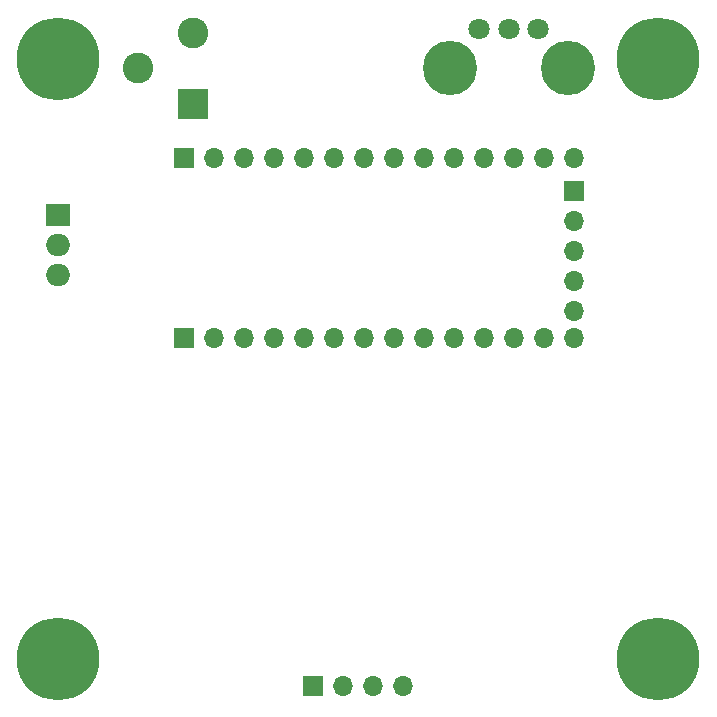
<source format=gbr>
G04 #@! TF.GenerationSoftware,KiCad,Pcbnew,5.1.7-a382d34a8~88~ubuntu18.04.1*
G04 #@! TF.CreationDate,2021-08-02T14:04:30-07:00*
G04 #@! TF.ProjectId,tumbler_gen3,74756d62-6c65-4725-9f67-656e332e6b69,V1.7*
G04 #@! TF.SameCoordinates,Original*
G04 #@! TF.FileFunction,Soldermask,Bot*
G04 #@! TF.FilePolarity,Negative*
%FSLAX46Y46*%
G04 Gerber Fmt 4.6, Leading zero omitted, Abs format (unit mm)*
G04 Created by KiCad (PCBNEW 5.1.7-a382d34a8~88~ubuntu18.04.1) date 2021-08-02 14:04:30*
%MOMM*%
%LPD*%
G01*
G04 APERTURE LIST*
%ADD10C,7.000000*%
%ADD11C,2.600000*%
%ADD12R,2.600000X2.600000*%
%ADD13O,1.700000X1.700000*%
%ADD14R,1.700000X1.700000*%
%ADD15O,2.000000X1.905000*%
%ADD16R,2.000000X1.905000*%
%ADD17C,4.600000*%
%ADD18C,1.800000*%
G04 APERTURE END LIST*
D10*
X240792000Y-161290000D03*
X189992000Y-161290000D03*
X240792000Y-110490000D03*
X189992000Y-110490000D03*
D11*
X196722000Y-111300000D03*
X201422000Y-108300000D03*
D12*
X201422000Y-114300000D03*
D13*
X219202000Y-163576000D03*
X216662000Y-163576000D03*
X214122000Y-163576000D03*
D14*
X211582000Y-163576000D03*
D15*
X189992000Y-128778000D03*
X189992000Y-126238000D03*
D16*
X189992000Y-123698000D03*
D17*
X233132000Y-111250000D03*
X223132000Y-111250000D03*
D18*
X230632000Y-107950000D03*
X228132000Y-107950000D03*
X225632000Y-107950000D03*
D13*
X233680000Y-118872000D03*
X231140000Y-118872000D03*
X228600000Y-118872000D03*
X226060000Y-118872000D03*
X223520000Y-118872000D03*
X220980000Y-118872000D03*
X218440000Y-118872000D03*
X215900000Y-118872000D03*
X213360000Y-118872000D03*
X210820000Y-118872000D03*
X208280000Y-118872000D03*
X205740000Y-118872000D03*
X203200000Y-118872000D03*
D14*
X200660000Y-118872000D03*
D13*
X233680000Y-134112000D03*
X231140000Y-134112000D03*
X228600000Y-134112000D03*
X226060000Y-134112000D03*
X223520000Y-134112000D03*
X220980000Y-134112000D03*
X218440000Y-134112000D03*
X215900000Y-134112000D03*
X213360000Y-134112000D03*
X210820000Y-134112000D03*
X208280000Y-134112000D03*
X205740000Y-134112000D03*
X203200000Y-134112000D03*
D14*
X200660000Y-134112000D03*
D13*
X233680000Y-131826000D03*
X233680000Y-129286000D03*
X233680000Y-126746000D03*
X233680000Y-124206000D03*
D14*
X233680000Y-121666000D03*
M02*

</source>
